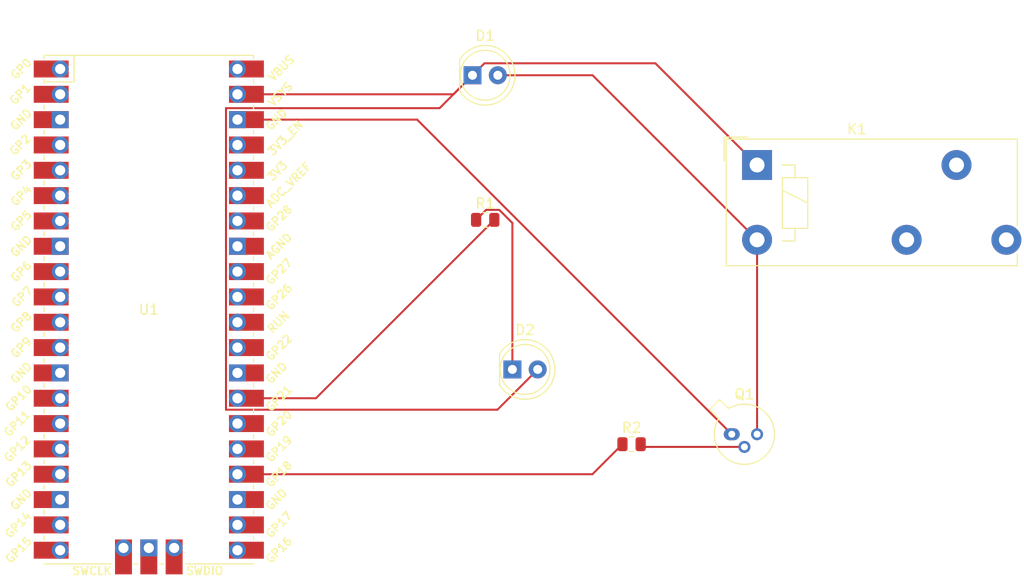
<source format=kicad_pcb>
(kicad_pcb (version 20240108) (generator "pcbnew") (generator_version "8.0")
  (layers (0 "F.Cu" signal) (31 "B.Cu" signal) (34 "B.Paste" user) (35 "F.Paste" user) (36 "B.SilkS" user "B.Silkscreen") (37 "F.SilkS" user "F.Silkscreen") (38 "B.Mask" user) (39 "F.Mask" user) (44 "Edge.Cuts" user))
  (net 0 "")
  (net 1 "VCC")
  (net 2 "Net-(D1-A)")
  (net 3 "Net-(D2-K)")
  (net 4 "Net-(J2-Pin_2)")
  (net 5 "Net-(J2-Pin_1)")
  (net 7 "Net-(Q1-B)")
  (net 8 "GND")
  (net 9 "saida_led")
  (net 10 "sinal")
  (footprint "LED_THT:LED_D5.0mm_Clear" (layer "F.Cu") (at 86.46 71.5)
    (property "Reference" "D2" (at 1.27 -3.96 0) (layer "F.SilkS"))
    (property "Value" "LED")
    (fp_line (start -1.29 -1.545) (end -1.29 1.545) (stroke (width 0.12)) (layer "F.SilkS"))
    (fp_arc (start -1.29 -1.54483) (mid 2.072002 -2.880433) (end 4.26 0.000462) (stroke (width 0.12)) (layer "F.SilkS"))
    (fp_arc (start 4.26 -0.000462) (mid 2.072002 2.880433) (end -1.29 1.54483) (stroke (width 0.12)) (layer "F.SilkS"))
    (fp_circle (center 1.27 0) (end 3.77 0) (stroke (width 0.12)) (fill none) (layer "F.SilkS"))
    (pad "1" thru_hole rect (at 0 0) (size 1.8 1.8) (drill 0.9) (layers "*.Cu" "*.Mask") (net 3 "Net-(D2-K)"))
    (pad "2" thru_hole circle (at 2.54 0) (size 1.8 1.8) (drill 0.9) (layers "*.Cu" "*.Mask") (net 1 "VCC"))
  )
  (footprint "LED_THT:LED_D5.0mm_Clear" (layer "F.Cu") (at 82.46 42)
    (property "Reference" "D1" (at 1.27 -3.96 0) (layer "F.SilkS"))
    (property "Value" "LED")
    (fp_line (start -1.29 -1.545) (end -1.29 1.545) (stroke (width 0.12)) (layer "F.SilkS"))
    (fp_arc (start -1.29 -1.54483) (mid 2.072002 -2.880433) (end 4.26 0.000462) (stroke (width 0.12)) (layer "F.SilkS"))
    (fp_arc (start 4.26 -0.000462) (mid 2.072002 2.880433) (end -1.29 1.54483) (stroke (width 0.12)) (layer "F.SilkS"))
    (fp_circle (center 1.27 0) (end 3.77 0) (stroke (width 0.12)) (fill none) (layer "F.SilkS"))
    (pad "1" thru_hole rect (at 0 0) (size 1.8 1.8) (drill 0.9) (layers "*.Cu" "*.Mask") (net 1 "VCC"))
    (pad "2" thru_hole circle (at 2.54 0) (size 1.8 1.8) (drill 0.9) (layers "*.Cu" "*.Mask") (net 2 "Net-(D1-A)"))
  )
  (footprint "MCU_RaspberryPi_and_Boards:RPi_Pico_SMD_TH" (layer "F.Cu") (at 50 65.5)
    (property "Reference" "U1" (at 0 0 0) (layer "F.SilkS"))
    (property "Value" "Pico")
    (fp_line (start -10.5 -25.5) (end -10.5 -25.2) (stroke (width 0.12)) (layer "F.SilkS"))
    (fp_line (start -10.5 -25.5) (end 10.5 -25.5) (stroke (width 0.12)) (layer "F.SilkS"))
    (fp_line (start -10.5 -23.1) (end -10.5 -22.7) (stroke (width 0.12)) (layer "F.SilkS"))
    (fp_line (start -10.5 -22.833) (end -7.493 -22.833) (stroke (width 0.12)) (layer "F.SilkS"))
    (fp_line (start -10.5 -20.5) (end -10.5 -20.1) (stroke (width 0.12)) (layer "F.SilkS"))
    (fp_line (start -10.5 -18) (end -10.5 -17.6) (stroke (width 0.12)) (layer "F.SilkS"))
    (fp_line (start -10.5 -15.4) (end -10.5 -15) (stroke (width 0.12)) (layer "F.SilkS"))
    (fp_line (start -10.5 -12.9) (end -10.5 -12.5) (stroke (width 0.12)) (layer "F.SilkS"))
    (fp_line (start -10.5 -10.4) (end -10.5 -10) (stroke (width 0.12)) (layer "F.SilkS"))
    (fp_line (start -10.5 -7.8) (end -10.5 -7.4) (stroke (width 0.12)) (layer "F.SilkS"))
    (fp_line (start -10.5 -5.3) (end -10.5 -4.9) (stroke (width 0.12)) (layer "F.SilkS"))
    (fp_line (start -10.5 -2.7) (end -10.5 -2.3) (stroke (width 0.12)) (layer "F.SilkS"))
    (fp_line (start -10.5 -0.2) (end -10.5 0.2) (stroke (width 0.12)) (layer "F.SilkS"))
    (fp_line (start -10.5 2.3) (end -10.5 2.7) (stroke (width 0.12)) (layer "F.SilkS"))
    (fp_line (start -10.5 4.9) (end -10.5 5.3) (stroke (width 0.12)) (layer "F.SilkS"))
    (fp_line (start -10.5 7.4) (end -10.5 7.8) (stroke (width 0.12)) (layer "F.SilkS"))
    (fp_line (start -10.5 10) (end -10.5 10.4) (stroke (width 0.12)) (layer "F.SilkS"))
    (fp_line (start -10.5 12.5) (end -10.5 12.9) (stroke (width 0.12)) (layer "F.SilkS"))
    (fp_line (start -10.5 15.1) (end -10.5 15.5) (stroke (width 0.12)) (layer "F.SilkS"))
    (fp_line (start -10.5 17.6) (end -10.5 18) (stroke (width 0.12)) (layer "F.SilkS"))
    (fp_line (start -10.5 20.1) (end -10.5 20.5) (stroke (width 0.12)) (layer "F.SilkS"))
    (fp_line (start -10.5 22.7) (end -10.5 23.1) (stroke (width 0.12)) (layer "F.SilkS"))
    (fp_line (start -7.493 -22.833) (end -7.493 -25.5) (stroke (width 0.12)) (layer "F.SilkS"))
    (fp_line (start -3.7 25.5) (end -10.5 25.5) (stroke (width 0.12)) (layer "F.SilkS"))
    (fp_line (start -1.5 25.5) (end -1.1 25.5) (stroke (width 0.12)) (layer "F.SilkS"))
    (fp_line (start 1.1 25.5) (end 1.5 25.5) (stroke (width 0.12)) (layer "F.SilkS"))
    (fp_line (start 10.5 -25.5) (end 10.5 -25.2) (stroke (width 0.12)) (layer "F.SilkS"))
    (fp_line (start 10.5 -23.1) (end 10.5 -22.7) (stroke (width 0.12)) (layer "F.SilkS"))
    (fp_line (start 10.5 -20.5) (end 10.5 -20.1) (stroke (width 0.12)) (layer "F.SilkS"))
    (fp_line (start 10.5 -18) (end 10.5 -17.6) (stroke (width 0.12)) (layer "F.SilkS"))
    (fp_line (start 10.5 -15.4) (end 10.5 -15) (stroke (width 0.12)) (layer "F.SilkS"))
    (fp_line (start 10.5 -12.9) (end 10.5 -12.5) (stroke (width 0.12)) (layer "F.SilkS"))
    (fp_line (start 10.5 -10.4) (end 10.5 -10) (stroke (width 0.12)) (layer "F.SilkS"))
    (fp_line (start 10.5 -7.8) (end 10.5 -7.4) (stroke (width 0.12)) (layer "F.SilkS"))
    (fp_line (start 10.5 -5.3) (end 10.5 -4.9) (stroke (width 0.12)) (layer "F.SilkS"))
    (fp_line (start 10.5 -2.7) (end 10.5 -2.3) (stroke (width 0.12)) (layer "F.SilkS"))
    (fp_line (start 10.5 -0.2) (end 10.5 0.2) (stroke (width 0.12)) (layer "F.SilkS"))
    (fp_line (start 10.5 2.3) (end 10.5 2.7) (stroke (width 0.12)) (layer "F.SilkS"))
    (fp_line (start 10.5 4.9) (end 10.5 5.3) (stroke (width 0.12)) (layer "F.SilkS"))
    (fp_line (start 10.5 7.4) (end 10.5 7.8) (stroke (width 0.12)) (layer "F.SilkS"))
    (fp_line (start 10.5 10) (end 10.5 10.4) (stroke (width 0.12)) (layer "F.SilkS"))
    (fp_line (start 10.5 12.5) (end 10.5 12.9) (stroke (width 0.12)) (layer "F.SilkS"))
    (fp_line (start 10.5 15.1) (end 10.5 15.5) (stroke (width 0.12)) (layer "F.SilkS"))
    (fp_line (start 10.5 17.6) (end 10.5 18) (stroke (width 0.12)) (layer "F.SilkS"))
    (fp_line (start 10.5 20.1) (end 10.5 20.5) (stroke (width 0.12)) (layer "F.SilkS"))
    (fp_line (start 10.5 22.7) (end 10.5 23.1) (stroke (width 0.12)) (layer "F.SilkS"))
    (fp_line (start 10.5 25.5) (end 3.7 25.5) (stroke (width 0.12)) (layer "F.SilkS"))
    (fp_text user "GP14" (at -13.1 21.59 45) (layer "F.SilkS") (effects (font (size 0.8 0.8))))
    (fp_text user "GP16" (at 13.054 24.13 45) (layer "F.SilkS") (effects (font (size 0.8 0.8))))
    (fp_text user "GP5" (at -12.8 -8.89 45) (layer "F.SilkS") (effects (font (size 0.8 0.8))))
    (fp_text user "GP9" (at -12.8 3.81 45) (layer "F.SilkS") (effects (font (size 0.8 0.8))))
    (fp_text user "GP6" (at -12.8 -3.81 45) (layer "F.SilkS") (effects (font (size 0.8 0.8))))
    (fp_text user "GP26" (at 13.054 -1.27 45) (layer "F.SilkS") (effects (font (size 0.8 0.8))))
    (fp_text user "GP10" (at -13.054 8.89 45) (layer "F.SilkS") (effects (font (size 0.8 0.8))))
    (fp_text user "GND" (at -12.8 -6.35 45) (layer "F.SilkS") (effects (font (size 0.8 0.8))))
    (fp_text user "VSYS" (at 13.2 -21.59 45) (layer "F.SilkS") (effects (font (size 0.8 0.8))))
    (fp_text user "SWDIO" (at 5.6 26.2 0) (layer "F.SilkS") (effects (font (size 0.8 0.8))))
    (fp_text user "GND" (at 12.8 -19.05 45) (layer "F.SilkS") (effects (font (size 0.8 0.8))))
    (fp_text user "ADC_VREF" (at 14 -12.5 45) (layer "F.SilkS") (effects (font (size 0.8 0.8))))
    (fp_text user "GP0" (at -12.8 -24.13 45) (layer "F.SilkS") (effects (font (size 0.8 0.8))))
    (fp_text user "GP15" (at -13.054 24.13 45) (layer "F.SilkS") (effects (font (size 0.8 0.8))))
    (fp_text user "3V3" (at 12.9 -13.9 45) (layer "F.SilkS") (effects (font (size 0.8 0.8))))
    (fp_text user "GND" (at -12.8 19.05 45) (layer "F.SilkS") (effects (font (size 0.8 0.8))))
    (fp_text user "GP1" (at -12.9 -21.6 45) (layer "F.SilkS") (effects (font (size 0.8 0.8))))
    (fp_text user "GND" (at -12.8 -19.05 45) (layer "F.SilkS") (effects (font (size 0.8 0.8))))
    (fp_text user "GND" (at 12.8 19.05 45) (layer "F.SilkS") (effects (font (size 0.8 0.8))))
    (fp_text user "GP20" (at 13.054 11.43 45) (layer "F.SilkS") (effects (font (size 0.8 0.8))))
    (fp_text user "RUN" (at 13 1.27 45) (layer "F.SilkS") (effects (font (size 0.8 0.8))))
    (fp_text user "GND" (at -12.8 6.35 45) (layer "F.SilkS") (effects (font (size 0.8 0.8))))
    (fp_text user "GND" (at 12.8 6.35 45) (layer "F.SilkS") (effects (font (size 0.8 0.8))))
    (fp_text user "GP7" (at -12.7 -1.3 45) (layer "F.SilkS") (effects (font (size 0.8 0.8))))
    (fp_text user "GP12" (at -13.2 13.97 45) (layer "F.SilkS") (effects (font (size 0.8 0.8))))
    (fp_text user "GP3" (at -12.8 -13.97 45) (layer "F.SilkS") (effects (font (size 0.8 0.8))))
    (fp_text user "SWCLK" (at -5.7 26.2 0) (layer "F.SilkS") (effects (font (size 0.8 0.8))))
    (fp_text user "GP17" (at 13.054 21.59 45) (layer "F.SilkS") (effects (font (size 0.8 0.8))))
    (fp_text user "GP19" (at 13.054 13.97 45) (layer "F.SilkS") (effects (font (size 0.8 0.8))))
    (fp_text user "3V3_EN" (at 13.7 -17.2 45) (layer "F.SilkS") (effects (font (size 0.8 0.8))))
    (fp_text user "GP4" (at -12.8 -11.43 45) (layer "F.SilkS") (effects (font (size 0.8 0.8))))
    (fp_text user "AGND" (at 13.054 -6.35 45) (layer "F.SilkS") (effects (font (size 0.8 0.8))))
    (fp_text user "GP11" (at -13.2 11.43 45) (layer "F.SilkS") (effects (font (size 0.8 0.8))))
    (fp_text user "GP28" (at 13.054 -9.144 45) (layer "F.SilkS") (effects (font (size 0.8 0.8))))
    (fp_text user "GP27" (at 13.054 -3.8 45) (layer "F.SilkS") (effects (font (size 0.8 0.8))))
    (fp_text user "GP2" (at -12.9 -16.51 45) (layer "F.SilkS") (effects (font (size 0.8 0.8))))
    (fp_text user "GP13" (at -13.054 16.51 45) (layer "F.SilkS") (effects (font (size 0.8 0.8))))
    (fp_text user "GP8" (at -12.8 1.27 45) (layer "F.SilkS") (effects (font (size 0.8 0.8))))
    (fp_text user "GP18" (at 13.054 16.51 45) (layer "F.SilkS") (effects (font (size 0.8 0.8))))
    (fp_text user "VBUS" (at 13.3 -24.2 45) (layer "F.SilkS") (effects (font (size 0.8 0.8))))
    (fp_text user "GP21" (at 13.054 8.9 45) (layer "F.SilkS") (effects (font (size 0.8 0.8))))
    (fp_text user "GP22" (at 13.054 3.81 45) (layer "F.SilkS") (effects (font (size 0.8 0.8))))
    (pad "" np_thru_hole oval (at -2.725 -24) (size 1.8 1.8) (drill 1.8) (layers "*.Cu" "*.Mask"))
    (pad "" np_thru_hole oval (at -2.425 -20.97) (size 1.5 1.5) (drill 1.5) (layers "*.Cu" "*.Mask"))
    (pad "" np_thru_hole oval (at 2.425 -20.97) (size 1.5 1.5) (drill 1.5) (layers "*.Cu" "*.Mask"))
    (pad "" np_thru_hole oval (at 2.725 -24) (size 1.8 1.8) (drill 1.8) (layers "*.Cu" "*.Mask"))
    (pad "1" thru_hole oval (at -8.89 -24.13) (size 1.7 1.7) (drill 1.02) (layers "*.Cu" "*.Mask"))
    (pad "1" smd rect (at -8.89 -24.13) (size 3.5 1.7) (drill (offset -0.9 0)) (layers "F.Cu" "F.Mask"))
    (pad "2" thru_hole oval (at -8.89 -21.59) (size 1.7 1.7) (drill 1.02) (layers "*.Cu" "*.Mask"))
    (pad "2" smd rect (at -8.89 -21.59) (size 3.5 1.7) (drill (offset -0.9 0)) (layers "F.Cu" "F.Mask"))
    (pad "3" thru_hole rect (at -8.89 -19.05) (size 1.7 1.7) (drill 1.02) (layers "*.Cu" "*.Mask"))
    (pad "3" smd rect (at -8.89 -19.05) (size 3.5 1.7) (drill (offset -0.9 0)) (layers "F.Cu" "F.Mask"))
    (pad "4" thru_hole oval (at -8.89 -16.51) (size 1.7 1.7) (drill 1.02) (layers "*.Cu" "*.Mask"))
    (pad "4" smd rect (at -8.89 -16.51) (size 3.5 1.7) (drill (offset -0.9 0)) (layers "F.Cu" "F.Mask"))
    (pad "5" thru_hole oval (at -8.89 -13.97) (size 1.7 1.7) (drill 1.02) (layers "*.Cu" "*.Mask"))
    (pad "5" smd rect (at -8.89 -13.97) (size 3.5 1.7) (drill (offset -0.9 0)) (layers "F.Cu" "F.Mask"))
    (pad "6" thru_hole oval (at -8.89 -11.43) (size 1.7 1.7) (drill 1.02) (layers "*.Cu" "*.Mask"))
    (pad "6" smd rect (at -8.89 -11.43) (size 3.5 1.7) (drill (offset -0.9 0)) (layers "F.Cu" "F.Mask"))
    (pad "7" thru_hole oval (at -8.89 -8.89) (size 1.7 1.7) (drill 1.02) (layers "*.Cu" "*.Mask"))
    (pad "7" smd rect (at -8.89 -8.89) (size 3.5 1.7) (drill (offset -0.9 0)) (layers "F.Cu" "F.Mask"))
    (pad "8" thru_hole rect (at -8.89 -6.35) (size 1.7 1.7) (drill 1.02) (layers "*.Cu" "*.Mask"))
    (pad "8" smd rect (at -8.89 -6.35) (size 3.5 1.7) (drill (offset -0.9 0)) (layers "F.Cu" "F.Mask"))
    (pad "9" thru_hole oval (at -8.89 -3.81) (size 1.7 1.7) (drill 1.02) (layers "*.Cu" "*.Mask"))
    (pad "9" smd rect (at -8.89 -3.81) (size 3.5 1.7) (drill (offset -0.9 0)) (layers "F.Cu" "F.Mask"))
    (pad "10" thru_hole oval (at -8.89 -1.27) (size 1.7 1.7) (drill 1.02) (layers "*.Cu" "*.Mask"))
    (pad "10" smd rect (at -8.89 -1.27) (size 3.5 1.7) (drill (offset -0.9 0)) (layers "F.Cu" "F.Mask"))
    (pad "11" thru_hole oval (at -8.89 1.27) (size 1.7 1.7) (drill 1.02) (layers "*.Cu" "*.Mask"))
    (pad "11" smd rect (at -8.89 1.27) (size 3.5 1.7) (drill (offset -0.9 0)) (layers "F.Cu" "F.Mask"))
    (pad "12" thru_hole oval (at -8.89 3.81) (size 1.7 1.7) (drill 1.02) (layers "*.Cu" "*.Mask"))
    (pad "12" smd rect (at -8.89 3.81) (size 3.5 1.7) (drill (offset -0.9 0)) (layers "F.Cu" "F.Mask"))
    (pad "13" thru_hole rect (at -8.89 6.35) (size 1.7 1.7) (drill 1.02) (layers "*.Cu" "*.Mask"))
    (pad "13" smd rect (at -8.89 6.35) (size 3.5 1.7) (drill (offset -0.9 0)) (layers "F.Cu" "F.Mask"))
    (pad "14" thru_hole oval (at -8.89 8.89) (size 1.7 1.7) (drill 1.02) (layers "*.Cu" "*.Mask"))
    (pad "14" smd rect (at -8.89 8.89) (size 3.5 1.7) (drill (offset -0.9 0)) (layers "F.Cu" "F.Mask"))
    (pad "15" thru_hole oval (at -8.89 11.43) (size 1.7 1.7) (drill 1.02) (layers "*.Cu" "*.Mask"))
    (pad "15" smd rect (at -8.89 11.43) (size 3.5 1.7) (drill (offset -0.9 0)) (layers "F.Cu" "F.Mask"))
    (pad "16" thru_hole oval (at -8.89 13.97) (size 1.7 1.7) (drill 1.02) (layers "*.Cu" "*.Mask"))
    (pad "16" smd rect (at -8.89 13.97) (size 3.5 1.7) (drill (offset -0.9 0)) (layers "F.Cu" "F.Mask"))
    (pad "17" thru_hole oval (at -8.89 16.51) (size 1.7 1.7) (drill 1.02) (layers "*.Cu" "*.Mask"))
    (pad "17" smd rect (at -8.89 16.51) (size 3.5 1.7) (drill (offset -0.9 0)) (layers "F.Cu" "F.Mask"))
    (pad "18" thru_hole rect (at -8.89 19.05) (size 1.7 1.7) (drill 1.02) (layers "*.Cu" "*.Mask"))
    (pad "18" smd rect (at -8.89 19.05) (size 3.5 1.7) (drill (offset -0.9 0)) (layers "F.Cu" "F.Mask"))
    (pad "19" thru_hole oval (at -8.89 21.59) (size 1.7 1.7) (drill 1.02) (layers "*.Cu" "*.Mask"))
    (pad "19" smd rect (at -8.89 21.59) (size 3.5 1.7) (drill (offset -0.9 0)) (layers "F.Cu" "F.Mask"))
    (pad "20" thru_hole oval (at -8.89 24.13) (size 1.7 1.7) (drill 1.02) (layers "*.Cu" "*.Mask"))
    (pad "20" smd rect (at -8.89 24.13) (size 3.5 1.7) (drill (offset -0.9 0)) (layers "F.Cu" "F.Mask"))
    (pad "21" thru_hole oval (at 8.89 24.13) (size 1.7 1.7) (drill 1.02) (layers "*.Cu" "*.Mask"))
    (pad "21" smd rect (at 8.89 24.13) (size 3.5 1.7) (drill (offset 0.9 0)) (layers "F.Cu" "F.Mask"))
    (pad "22" thru_hole oval (at 8.89 21.59) (size 1.7 1.7) (drill 1.02) (layers "*.Cu" "*.Mask"))
    (pad "22" smd rect (at 8.89 21.59) (size 3.5 1.7) (drill (offset 0.9 0)) (layers "F.Cu" "F.Mask"))
    (pad "23" thru_hole rect (at 8.89 19.05) (size 1.7 1.7) (drill 1.02) (layers "*.Cu" "*.Mask"))
    (pad "23" smd rect (at 8.89 19.05) (size 3.5 1.7) (drill (offset 0.9 0)) (layers "F.Cu" "F.Mask"))
    (pad "24" thru_hole oval (at 8.89 16.51) (size 1.7 1.7) (drill 1.02) (layers "*.Cu" "*.Mask") (net 10 "sinal"))
    (pad "24" smd rect (at 8.89 16.51) (size 3.5 1.7) (drill (offset 0.9 0)) (layers "F.Cu" "F.Mask") (net 10 "sinal"))
    (pad "25" thru_hole oval (at 8.89 13.97) (size 1.7 1.7) (drill 1.02) (layers "*.Cu" "*.Mask"))
    (pad "25" smd rect (at 8.89 13.97) (size 3.5 1.7) (drill (offset 0.9 0)) (layers "F.Cu" "F.Mask"))
    (pad "26" thru_hole oval (at 8.89 11.43) (size 1.7 1.7) (drill 1.02) (layers "*.Cu" "*.Mask"))
    (pad "26" smd rect (at 8.89 11.43) (size 3.5 1.7) (drill (offset 0.9 0)) (layers "F.Cu" "F.Mask"))
    (pad "27" thru_hole oval (at 8.89 8.89) (size 1.7 1.7) (drill 1.02) (layers "*.Cu" "*.Mask") (net 9 "saida_led"))
    (pad "27" smd rect (at 8.89 8.89) (size 3.5 1.7) (drill (offset 0.9 0)) (layers "F.Cu" "F.Mask") (net 9 "saida_led"))
    (pad "28" thru_hole rect (at 8.89 6.35) (size 1.7 1.7) (drill 1.02) (layers "*.Cu" "*.Mask"))
    (pad "28" smd rect (at 8.89 6.35) (size 3.5 1.7) (drill (offset 0.9 0)) (layers "F.Cu" "F.Mask"))
    (pad "29" thru_hole oval (at 8.89 3.81) (size 1.7 1.7) (drill 1.02) (layers "*.Cu" "*.Mask"))
    (pad "29" smd rect (at 8.89 3.81) (size 3.5 1.7) (drill (offset 0.9 0)) (layers "F.Cu" "F.Mask"))
    (pad "30" thru_hole oval (at 8.89 1.27) (size 1.7 1.7) (drill 1.02) (layers "*.Cu" "*.Mask"))
    (pad "30" smd rect (at 8.89 1.27) (size 3.5 1.7) (drill (offset 0.9 0)) (layers "F.Cu" "F.Mask"))
    (pad "31" thru_hole oval (at 8.89 -1.27) (size 1.7 1.7) (drill 1.02) (layers "*.Cu" "*.Mask"))
    (pad "31" smd rect (at 8.89 -1.27) (size 3.5 1.7) (drill (offset 0.9 0)) (layers "F.Cu" "F.Mask"))
    (pad "32" thru_hole oval (at 8.89 -3.81) (size 1.7 1.7) (drill 1.02) (layers "*.Cu" "*.Mask"))
    (pad "32" smd rect (at 8.89 -3.81) (size 3.5 1.7) (drill (offset 0.9 0)) (layers "F.Cu" "F.Mask"))
    (pad "33" thru_hole rect (at 8.89 -6.35) (size 1.7 1.7) (drill 1.02) (layers "*.Cu" "*.Mask"))
    (pad "33" smd rect (at 8.89 -6.35) (size 3.5 1.7) (drill (offset 0.9 0)) (layers "F.Cu" "F.Mask"))
    (pad "34" thru_hole oval (at 8.89 -8.89) (size 1.7 1.7) (drill 1.02) (layers "*.Cu" "*.Mask"))
    (pad "34" smd rect (at 8.89 -8.89) (size 3.5 1.7) (drill (offset 0.9 0)) (layers "F.Cu" "F.Mask"))
    (pad "35" thru_hole oval (at 8.89 -11.43) (size 1.7 1.7) (drill 1.02) (layers "*.Cu" "*.Mask"))
    (pad "35" smd rect (at 8.89 -11.43) (size 3.5 1.7) (drill (offset 0.9 0)) (layers "F.Cu" "F.Mask"))
    (pad "36" thru_hole oval (at 8.89 -13.97) (size 1.7 1.7) (drill 1.02) (layers "*.Cu" "*.Mask"))
    (pad "36" smd rect (at 8.89 -13.97) (size 3.5 1.7) (drill (offset 0.9 0)) (layers "F.Cu" "F.Mask"))
    (pad "37" thru_hole oval (at 8.89 -16.51) (size 1.7 1.7) (drill 1.02) (layers "*.Cu" "*.Mask"))
    (pad "37" smd rect (at 8.89 -16.51) (size 3.5 1.7) (drill (offset 0.9 0)) (layers "F.Cu" "F.Mask"))
    (pad "38" thru_hole rect (at 8.89 -19.05) (size 1.7 1.7) (drill 1.02) (layers "*.Cu" "*.Mask") (net 8 "GND"))
    (pad "38" smd rect (at 8.89 -19.05) (size 3.5 1.7) (drill (offset 0.9 0)) (layers "F.Cu" "F.Mask") (net 8 "GND"))
    (pad "39" thru_hole oval (at 8.89 -21.59) (size 1.7 1.7) (drill 1.02) (layers "*.Cu" "*.Mask") (net 1 "VCC"))
    (pad "39" smd rect (at 8.89 -21.59) (size 3.5 1.7) (drill (offset 0.9 0)) (layers "F.Cu" "F.Mask") (net 1 "VCC"))
    (pad "40" thru_hole oval (at 8.89 -24.13) (size 1.7 1.7) (drill 1.02) (layers "*.Cu" "*.Mask"))
    (pad "40" smd rect (at 8.89 -24.13) (size 3.5 1.7) (drill (offset 0.9 0)) (layers "F.Cu" "F.Mask"))
    (pad "41" thru_hole oval (at -2.54 23.9) (size 1.7 1.7) (drill 1.02) (layers "*.Cu" "*.Mask"))
    (pad "41" smd rect (at -2.54 23.9 90) (size 3.5 1.7) (drill (offset -0.9 0)) (layers "F.Cu" "F.Mask"))
    (pad "42" thru_hole rect (at 0 23.9) (size 1.7 1.7) (drill 1.02) (layers "*.Cu" "*.Mask"))
    (pad "42" smd rect (at 0 23.9 90) (size 3.5 1.7) (drill (offset -0.9 0)) (layers "F.Cu" "F.Mask"))
    (pad "43" thru_hole oval (at 2.54 23.9) (size 1.7 1.7) (drill 1.02) (layers "*.Cu" "*.Mask"))
    (pad "43" smd rect (at 2.54 23.9 90) (size 3.5 1.7) (drill (offset -0.9 0)) (layers "F.Cu" "F.Mask"))
  )
  (footprint "Resistor_SMD:R_0805_2012Metric" (layer "F.Cu") (at 83.735 56.5)
    (property "Reference" "R1" (at 0 -1.65 0) (layer "F.SilkS"))
    (property "Value" "R")
    (fp_line (start -0.227064 -0.735) (end 0.227064 -0.735) (stroke (width 0.12)) (layer "F.SilkS"))
    (fp_line (start -0.227064 0.735) (end 0.227064 0.735) (stroke (width 0.12)) (layer "F.SilkS"))
    (pad "1" smd roundrect (at -0.9125 0) (size 1.025 1.4) (layers "F.Cu" "F.Paste" "F.Mask") (roundrect_rratio 0.243902) (net 3 "Net-(D2-K)"))
    (pad "2" smd roundrect (at 0.9125 0) (size 1.025 1.4) (layers "F.Cu" "F.Paste" "F.Mask") (roundrect_rratio 0.243902) (net 9 "saida_led"))
  )
  (footprint "Relay_THT:Relay_SPDT_Finder_40.51" (layer "F.Cu") (at 111 51)
    (property "Reference" "K1" (at 10 -3.6 0) (layer "F.SilkS"))
    (property "Value" "Relay_SPDT")
    (fp_line (start -3.3 -0.4) (end -3.3 -2.8) (stroke (width 0.12)) (layer "F.SilkS"))
    (fp_line (start -3.1 -2.6) (end 26.1 -2.6) (stroke (width 0.12)) (layer "F.SilkS"))
    (fp_line (start -3.1 10.1) (end -3.1 -2.6) (stroke (width 0.12)) (layer "F.SilkS"))
    (fp_line (start -0.9 -2.8) (end -3.3 -2.8) (stroke (width 0.12)) (layer "F.SilkS"))
    (fp_line (start 2.54 0) (end 3.81 0) (stroke (width 0.12)) (layer "F.SilkS"))
    (fp_line (start 2.54 1.27) (end 3.81 1.27) (stroke (width 0.12)) (layer "F.SilkS"))
    (fp_line (start 2.54 2.54) (end 5.08 3.81) (stroke (width 0.12)) (layer "F.SilkS"))
    (fp_line (start 2.54 6.35) (end 2.54 1.27) (stroke (width 0.12)) (layer "F.SilkS"))
    (fp_line (start 3.81 0) (end 3.81 1.27) (stroke (width 0.12)) (layer "F.SilkS"))
    (fp_line (start 3.81 1.27) (end 5.08 1.27) (stroke (width 0.12)) (layer "F.SilkS"))
    (fp_line (start 3.81 6.35) (end 3.81 7.62) (stroke (width 0.12)) (layer "F.SilkS"))
    (fp_line (start 3.81 7.62) (end 2.54 7.62) (stroke (width 0.12)) (layer "F.SilkS"))
    (fp_line (start 5.08 1.27) (end 5.08 6.35) (stroke (width 0.12)) (layer "F.SilkS"))
    (fp_line (start 5.08 6.35) (end 2.54 6.35) (stroke (width 0.12)) (layer "F.SilkS"))
    (fp_line (start 26.1 -2.6) (end 26.1 6.1) (stroke (width 0.12)) (layer "F.SilkS"))
    (fp_line (start 26.1 8.9) (end 26.1 10.1) (stroke (width 0.12)) (layer "F.SilkS"))
    (fp_line (start 26.1 10.1) (end -3.1 10.1) (stroke (width 0.12)) (layer "F.SilkS"))
    (pad "11" thru_hole circle (at 20 0) (size 3 3) (drill 1.5) (layers "*.Cu" "*.Mask") (net 4 "Net-(J2-Pin_2)"))
    (pad "12" thru_hole circle (at 15 7.5) (size 3 3) (drill 1.5) (layers "*.Cu" "*.Mask"))
    (pad "14" thru_hole circle (at 25 7.5) (size 3 3) (drill 1.5) (layers "*.Cu" "*.Mask") (net 5 "Net-(J2-Pin_1)"))
    (pad "A1" thru_hole rect (at 0 0) (size 3 3) (drill 1.5) (layers "*.Cu" "*.Mask") (net 1 "VCC"))
    (pad "A2" thru_hole circle (at 0 7.5) (size 3 3) (drill 1.5) (layers "*.Cu" "*.Mask") (net 2 "Net-(D1-A)"))
  )
  (footprint "Package_TO_SOT_THT:TO-18-3" (layer "F.Cu") (at 108.46 78)
    (property "Reference" "Q1" (at 1.27 -4.02 0) (layer "F.SilkS"))
    (property "Value" "BC107")
    (fp_line (start -2.214448 -2.494499) (end -1.302281 -1.582331) (stroke (width 0.12)) (layer "F.SilkS"))
    (fp_line (start -1.224499 -3.484448) (end -2.214448 -2.494499) (stroke (width 0.12)) (layer "F.SilkS"))
    (fp_line (start -0.312331 -2.572281) (end -1.224499 -3.484448) (stroke (width 0.12)) (layer "F.SilkS"))
    (fp_arc (start -0.312331 -2.572281) (mid 3.405374 2.135551) (end -1.30215 -1.582544) (stroke (width 0.12)) (layer "F.SilkS"))
    (pad "1" thru_hole oval (at 0 0) (size 1.6 1.2) (drill 0.7) (layers "*.Cu" "*.Mask") (net 8 "GND"))
    (pad "2" thru_hole oval (at 1.27 1.27) (size 1.2 1.2) (drill 0.7) (layers "*.Cu" "*.Mask") (net 7 "Net-(Q1-B)"))
    (pad "3" thru_hole oval (at 2.54 0) (size 1.2 1.2) (drill 0.7) (layers "*.Cu" "*.Mask") (net 2 "Net-(D1-A)"))
  )
  (footprint "Resistor_SMD:R_0805_2012Metric" (layer "F.Cu") (at 98.4125 79)
    (property "Reference" "R2" (at 0 -1.65 0) (layer "F.SilkS"))
    (property "Value" "R")
    (fp_line (start -0.227064 -0.735) (end 0.227064 -0.735) (stroke (width 0.12)) (layer "F.SilkS"))
    (fp_line (start -0.227064 0.735) (end 0.227064 0.735) (stroke (width 0.12)) (layer "F.SilkS"))
    (pad "1" smd roundrect (at -0.9125 0) (size 1.025 1.4) (layers "F.Cu" "F.Paste" "F.Mask") (roundrect_rratio 0.243902) (net 10 "sinal"))
    (pad "2" smd roundrect (at 0.9125 0) (size 1.025 1.4) (layers "F.Cu" "F.Paste" "F.Mask") (roundrect_rratio 0.243902) (net 7 "Net-(Q1-B)"))
  )
  (segment (start 57.74 75.54) (end 57.74 45.3) (width 0.2) (layer "F.Cu") (net 1))
  (segment (start 80.55 43.91) (end 58.89 43.91) (width 0.2) (layer "F.Cu") (net 1))
  (segment (start 84.96 75.54) (end 57.74 75.54) (width 0.2) (layer "F.Cu") (net 1))
  (segment (start 82.46 42) (end 80.55 43.91) (width 0.2) (layer "F.Cu") (net 1))
  (segment (start 89 71.5) (end 84.96 75.54) (width 0.2) (layer "F.Cu") (net 1))
  (segment (start 100.8 40.8) (end 83.66 40.8) (width 0.2) (layer "F.Cu") (net 1))
  (segment (start 83.66 40.8) (end 82.46 42) (width 0.2) (layer "F.Cu") (net 1))
  (segment (start 79.16 45.3) (end 82.46 42) (width 0.2) (layer "F.Cu") (net 1))
  (segment (start 57.74 45.3) (end 79.16 45.3) (width 0.2) (layer "F.Cu") (net 1))
  (segment (start 111 51) (end 100.8 40.8) (width 0.2) (layer "F.Cu") (net 1))
  (segment (start 94.5 42) (end 85 42) (width 0.2) (layer "F.Cu") (net 2))
  (segment (start 111 78) (end 111 58.5) (width 0.2) (layer "F.Cu") (net 2))
  (segment (start 111 58.5) (end 94.5 42) (width 0.2) (layer "F.Cu") (net 2))
  (segment (start 86.46 71.5) (end 86.46 56.815256) (width 0.2) (layer "F.Cu") (net 3))
  (segment (start 86.46 56.815256) (end 85.144744 55.5) (width 0.2) (layer "F.Cu") (net 3))
  (segment (start 83.8225 55.5) (end 82.8225 56.5) (width 0.2) (layer "F.Cu") (net 3))
  (segment (start 85.144744 55.5) (end 83.8225 55.5) (width 0.2) (layer "F.Cu") (net 3))
  (segment (start 109.73 79.27) (end 99.595 79.27) (width 0.2) (layer "F.Cu") (net 7))
  (segment (start 99.595 79.27) (end 99.325 79) (width 0.2) (layer "F.Cu") (net 7))
  (segment (start 76.91 46.45) (end 58.89 46.45) (width 0.2) (layer "F.Cu") (net 8))
  (segment (start 108.46 78) (end 76.91 46.45) (width 0.2) (layer "F.Cu") (net 8))
  (segment (start 58.89 74.39) (end 66.7575 74.39) (width 0.2) (layer "F.Cu") (net 9))
  (segment (start 66.7575 74.39) (end 84.6475 56.5) (width 0.2) (layer "F.Cu") (net 9))
  (segment (start 97.5 79) (end 94.49 82.01) (width 0.2) (layer "F.Cu") (net 10))
  (segment (start 94.49 82.01) (end 58.89 82.01) (width 0.2) (layer "F.Cu") (net 10))
)
</source>
